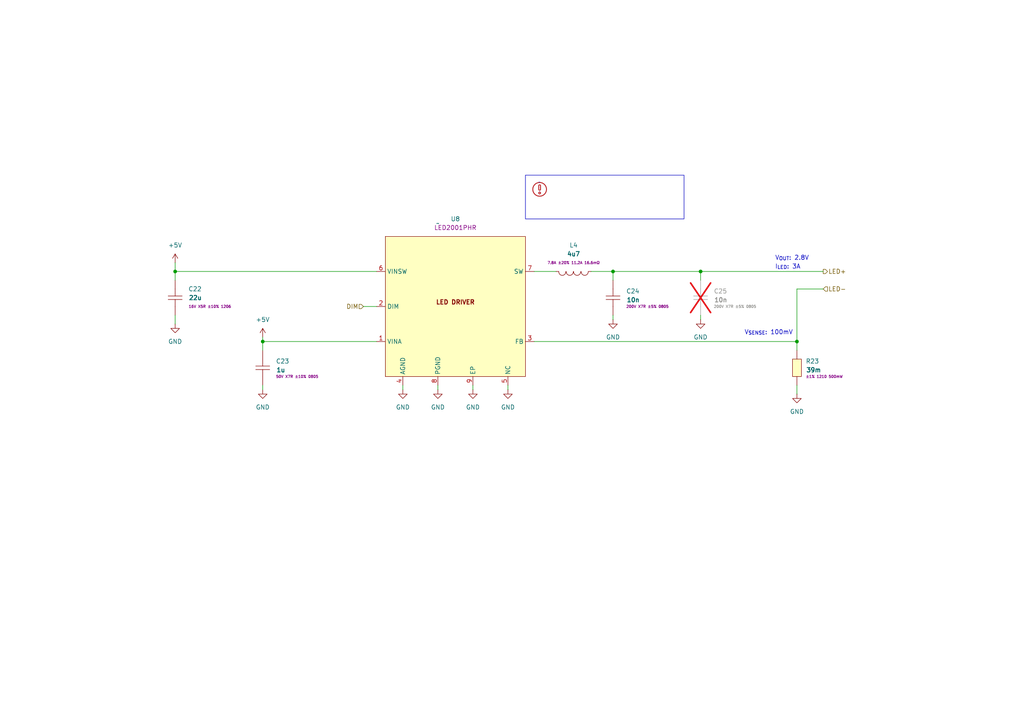
<source format=kicad_sch>
(kicad_sch (version 20231120) (generator "eeschema") (generator_version "8.0")
  (paper "A4")
  (lib_symbols
    (symbol "LiveAstra:C_10nF_X7R_0805" (pin_numbers hide) (pin_names hide)
      (property "Reference" "C" (at 0 8.89 0))
      (property "Value" "10n" (at 0 6.35 0))
      (property "Extra Value" "200V X7R ±5% 0805" (at 0 3.81 0))
      (symbol "C_10nF_X7R_0805_0_1"
        (polyline (pts (xy -0.51 -2.03) (xy -0.51 2.03)))
        (polyline (pts (xy -0.51 0) (xy -2.54 0)))
        (polyline (pts (xy 0.51 2.03) (xy 0.51 -2.03)))
        (polyline (pts (xy 2.54 0) (xy 0.51 0)))
      )
      (symbol "C_10nF_X7R_0805_1_1"
        (pin passive line (at -5.08 0 0) (length 2.54) (name "1") (number "1"))
        (pin passive line (at 5.08 0 180) (length 2.54) (name "2") (number "2"))
      )
    )
    (symbol "LiveAstra:C_1uF_X7R_0805" (pin_numbers hide) (pin_names hide)
      (property "Reference" "C" (at 0 8.89 0))
      (property "Value" "1u" (at 0 6.35 0))
      (property "Extra Values" "50V X7R ±10% 0805" (at 0 3.81 0))
      (symbol "C_1uF_X7R_0805_0_1"
        (polyline (pts (xy -2.54 0) (xy -0.51 0)))
        (polyline (pts (xy -0.51 2.03) (xy -0.51 -2.03)))
        (polyline (pts (xy 0.51 0) (xy 2.54 0)))
        (polyline (pts (xy 0.51 2.03) (xy 0.51 -2.03)))
      )
      (symbol "C_1uF_X7R_0805_1_1"
        (pin passive line (at -5.08 0 0) (length 2.54) (name "1") (number "1"))
        (pin passive line (at 5.08 0 180) (length 2.54) (name "2") (number "2"))
      )
    )
    (symbol "LiveAstra:C_22uF_X5R_1206" (pin_numbers hide) (pin_names hide)
      (property "Reference" "C" (at 0 8.89 0))
      (property "Value" "22u" (at 0 6.35 0))
      (property "Extra Value" "16V X5R ±10% 1206" (at 0 3.81 0))
      (symbol "C_22uF_X5R_1206_0_1"
        (polyline (pts (xy -0.51 -2.03) (xy -0.51 2.03)))
        (polyline (pts (xy -0.51 0) (xy -2.54 0)))
        (polyline (pts (xy 0.51 2.03) (xy 0.51 -2.03)))
        (polyline (pts (xy 2.54 0) (xy 0.51 0)))
      )
      (symbol "C_22uF_X5R_1206_1_1"
        (pin passive line (at -5.08 0 0) (length 2.54) (name "1") (number "1"))
        (pin passive line (at 5.08 0 180) (length 2.54) (name "2") (number "2"))
      )
    )
    (symbol "LiveAstra:LED2001PHR"
      (property "Reference" "U" (at 0 25.4 0))
      (property "Description" "LED2001PHR" (at 0 22.86 0))
      (symbol "LED2001PHR_1_1"
        (rectangle (start -20.32 20.32) (end 20.32 -20.32) (fill (type background)))
        (text "LED DRIVER" (at 0 1.27 0) (effects (font (size 1.27 1.27) (bold yes))))
        (pin power_in line (at -22.86 -10.16 0) (length 2.54) (name "VINA") (number "1"))
        (pin input line (at -22.86 0 0) (length 2.54) (name "DIM") (number "2"))
        (pin input line (at 22.86 -10.16 180) (length 2.54) (name "FB") (number "3"))
        (pin power_in line (at -15.24 -22.86 90) (length 2.54) (name "AGND") (number "4"))
        (pin passive line (at 15.24 -22.86 90) (length 2.54) (name "NC") (number "5"))
        (pin power_in line (at -22.86 10.16 0) (length 2.54) (name "VINSW") (number "6"))
        (pin power_out line (at 22.86 10.16 180) (length 2.54) (name "SW") (number "7"))
        (pin power_in line (at -5.08 -22.86 90) (length 2.54) (name "PGND") (number "8"))
        (pin passive line (at 5.08 -22.86 90) (length 2.54) (name "EP") (number "9"))
      )
    )
    (symbol "LiveAstra:L_4u7_7.8A_SPM7054VT-4R7M-D" (pin_numbers hide) (pin_names hide)
      (property "Reference" "L" (at 0 7.62 0))
      (property "Value" "4u7" (at 0 5.08 0))
      (property "Extra Value" "7.8A ±20% 11.2A 16.6mΩ" (at 0 2.54 0))
      (symbol "L_4u7_7.8A_SPM7054VT-4R7M-D_0_1"
        (arc (start -4.29 -0.02) (mid -2.81 -1.01) (end -2.27 -0.02))
        (arc (start -2.13 -0.02) (mid -0.66 -1.01) (end -0.11 -0.02))
        (arc (start 0.02 -0.02) (mid 1.49 -1.01) (end 2.04 -0.02))
        (arc (start 2.21 -0.02) (mid 3.68 -1.01) (end 4.23 -0.02))
      )
      (symbol "L_4u7_7.8A_SPM7054VT-4R7M-D_1_1"
        (pin passive line (at -5.08 0 0) (length 0.762) (name "1") (number "1"))
        (pin passive line (at 5.08 0 180) (length 0.762) (name "2") (number "2"))
      )
    )
    (symbol "LiveAstra:R_39mOhm_1210_500mW" (pin_numbers hide) (pin_names hide)
      (property "Reference" "R" (at 0 7.62 0))
      (property "Value" "39m" (at 0 5.08 0))
      (property "Extra Value" "±1% 1210 500mW" (at 0 2.54 0))
      (symbol "R_39mOhm_1210_500mW_0_1"
        (rectangle (start -2.54 1.27) (end 2.54 -1.27) (fill (type background)))
      )
      (symbol "R_39mOhm_1210_500mW_1_1"
        (pin passive line (at -5.08 0 0) (length 2.54) (name "1") (number "1"))
        (pin passive line (at 5.08 0 180) (length 2.54) (name "2") (number "2"))
      )
    )
    (symbol "power:+5V" (power) (pin_numbers hide) (pin_names (offset 0) hide)
      (property "Value" "+5V" (at 0 3.556 0))
      (symbol "+5V_0_1"
        (polyline (pts (xy -0.762 1.27) (xy 0 2.54)))
        (polyline (pts (xy 0 0) (xy 0 2.54)))
        (polyline (pts (xy 0 2.54) (xy 0.762 1.27)))
      )
      (symbol "+5V_1_1"
        (pin power_in line (at 0 0 90) (length 0) (name "~") (number "1"))
      )
    )
    (symbol "power:GND" (power) (pin_numbers hide) (pin_names (offset 0) hide)
      (property "Value" "GND" (at 0 -3.81 0))
      (symbol "GND_0_1"
        (polyline (pts (xy 0 0) (xy 0 -1.27) (xy 1.27 -1.27) (xy 0 -2.54) (xy -1.27 -1.27) (xy 0 -1.27)))
      )
      (symbol "GND_1_1"
        (pin power_in line (at 0 0 270) (length 0) (name "~") (number "1"))
      )
    )
  )
  (junction (at 76.2 99.06))
  (junction (at 231.14 99.06))
  (junction (at 203.2 78.74))
  (junction (at 177.8 78.74))
  (junction (at 50.8 78.74))
  (wire (pts (xy 203.2 78.74) (xy 238.76 78.74)))
  (wire (pts (xy 76.2 99.06) (xy 109.22 99.06)))
  (wire (pts (xy 50.8 78.74) (xy 109.22 78.74)))
  (wire (pts (xy 105.41 88.9) (xy 109.22 88.9)))
  (wire (pts (xy 76.2 99.06) (xy 76.2 101.6)))
  (polyline (pts (xy 156.5167 52.8) (xy 156.5167 52.8)) (stroke (width -0.0001) (type solid)))
  (wire (pts (xy 177.8 78.74) (xy 203.2 78.74)))
  (wire (pts (xy 76.2 113.03) (xy 76.2 111.76)))
  (wire (pts (xy 154.94 99.06) (xy 231.14 99.06)))
  (wire (pts (xy 231.14 83.82) (xy 231.14 99.06)))
  (wire (pts (xy 76.2 97.79) (xy 76.2 99.06)))
  (wire (pts (xy 177.8 81.28) (xy 177.8 78.74)))
  (polyline (pts (xy 156.5167 52.8) (xy 156.5167 52.8)) (stroke (width -0.0001) (type solid)))
  (wire (pts (xy 50.8 93.98) (xy 50.8 91.44)))
  (wire (pts (xy 203.2 81.28) (xy 203.2 78.74)))
  (wire (pts (xy 161.29 78.74) (xy 154.94 78.74)))
  (wire (pts (xy 116.84 111.76) (xy 116.84 113.03)))
  (wire (pts (xy 147.32 113.03) (xy 147.32 111.76)))
  (wire (pts (xy 127 113.03) (xy 127 111.76)))
  (polyline (pts (xy 156.2667 52.8) (xy 156.2667 52.8)) (stroke (width -0.0001) (type solid)))
  (wire (pts (xy 50.8 81.28) (xy 50.8 78.74)))
  (wire (pts (xy 203.2 91.44) (xy 203.2 92.71)))
  (wire (pts (xy 231.14 83.82) (xy 238.76 83.82)))
  (wire (pts (xy 177.8 91.44) (xy 177.8 92.71)))
  (wire (pts (xy 171.45 78.74) (xy 177.8 78.74)))
  (polyline (pts (xy 156.5167 55.5781) (xy 156.5167 55.5781)) (stroke (width -0.0001) (type solid)))
  (wire (pts (xy 231.14 99.06) (xy 231.14 101.6)))
  (wire (pts (xy 231.14 111.76) (xy 231.14 114.3)))
  (wire (pts (xy 137.16 113.03) (xy 137.16 111.76)))
  (wire (pts (xy 50.8 76.2) (xy 50.8 78.74)))
  (rectangle (start 152.4 50.8) (end 198.4 63.5))
  (polyline (pts (xy 156.5363 53.4619) (xy 156.5559 53.4634) (xy 156.5753 53.4658) (xy 156.5945 53.4692) (xy 156.6134 53.4734) (xy 156.6321 53.4786) (xy 156.6505 53.4847) (xy 156.6685 53.4917) (xy 156.6862 53.4995) (xy 156.7036 53.5082) (xy 156.7204 53.5178) (xy 156.7369 53.5281) (xy 156.7528 53.5393) (xy 156.7682 53.5513) (xy 156.783 53.5641) (xy 156.7973 53.5777) (xy 156.8109 53.592) (xy 156.8237 53.6068) (xy 156.8357 53.6222) (xy 156.8469 53.6381) (xy 156.8572 53.6546) (xy 156.8668 53.6714) (xy 156.8755 53.6888) (xy 156.8833 53.7065) (xy 156.8903 53.7245) (xy 156.8964 53.7429) (xy 156.9016 53.7616) (xy 156.9058 53.7805) (xy 156.9092 53.7997) (xy 156.9116 53.8191) (xy 156.9131 53.8387) (xy 156.9135 53.8583) (xy 156.9135 54.9167) (xy 156.9133 54.9299) (xy 156.9127 54.9431) (xy 156.9116 54.9562) (xy 156.9101 54.9692) (xy 156.9081 54.9822) (xy 156.9058 54.995) (xy 156.903 55.0077) (xy 156.8998 55.0202) (xy 156.8962 55.0326) (xy 156.8922 55.0449) (xy 156.8879 55.0571) (xy 156.8831 55.069) (xy 156.878 55.0808) (xy 156.8725 55.0924) (xy 156.8666 55.1039) (xy 156.8604 55.1151) (xy 156.8538 55.1261) (xy 156.8468 55.1369) (xy 156.8395 55.1475) (xy 156.8319 55.1579) (xy 156.8239 55.168) (xy 156.8155 55.1778) (xy 156.8069 55.1874) (xy 156.7979 55.1967) (xy 156.7886 55.2057) (xy 156.779 55.2145) (xy 156.7691 55.2229) (xy 156.7589 55.2311) (xy 156.7484 55.2389) (xy 156.7376 55.2464) (xy 156.7265 55.2535) (xy 156.7151 55.2604) (xy 156.6918 55.2728) (xy 156.6678 55.2836) (xy 156.6434 55.2928) (xy 156.6186 55.3002) (xy 156.5934 55.3061) (xy 156.5679 55.3102) (xy 156.5423 55.3127) (xy 156.5167 55.3135) (xy 156.491 55.3127) (xy 156.4654 55.3102) (xy 156.44 55.3061) (xy 156.4148 55.3002) (xy 156.3899 55.2928) (xy 156.3655 55.2836) (xy 156.3416 55.2728) (xy 156.3182 55.2604) (xy 156.2958 55.2464) (xy 156.2744 55.2311) (xy 156.2543 55.2145) (xy 156.2354 55.1967) (xy 156.2178 55.1778) (xy 156.2015 55.1579) (xy 156.1865 55.1369) (xy 156.173 55.1151) (xy 156.1608 55.0924) (xy 156.1502 55.069) (xy 156.1411 55.0449) (xy 156.1335 55.0202) (xy 156.1276 54.995) (xy 156.1233 54.9692) (xy 156.1207 54.9431) (xy 156.1198 54.9167) (xy 156.3844 54.9167) (xy 156.3844 54.9211) (xy 156.3847 54.9255) (xy 156.385 54.9299) (xy 156.3855 54.9342) (xy 156.3862 54.9385) (xy 156.387 54.9428) (xy 156.3879 54.947) (xy 156.389 54.9512) (xy 156.3901 54.9553) (xy 156.3915 54.9594) (xy 156.3929 54.9635) (xy 156.3945 54.9675) (xy 156.3962 54.9714) (xy 156.3981 54.9753) (xy 156.4 54.9791) (xy 156.4021 54.9828) (xy 156.4043 54.9865) (xy 156.4066 54.9901) (xy 156.4091 54.9936) (xy 156.4116 54.9971) (xy 156.4143 55.0004) (xy 156.417 55.0037) (xy 156.4199 55.0069) (xy 156.4229 55.01) (xy 156.426 55.013) (xy 156.4292 55.0159) (xy 156.4325 55.0188) (xy 156.4359 55.0215) (xy 156.4394 55.0241) (xy 156.443 55.0266) (xy 156.4467 55.029) (xy 156.4505 55.0312) (xy 156.4583 55.0354) (xy 156.4663 55.039) (xy 156.4744 55.042) (xy 156.4827 55.0445) (xy 156.4911 55.0465) (xy 156.4996 55.0479) (xy 156.5081 55.0487) (xy 156.5167 55.049) (xy 156.5252 55.0487) (xy 156.5338 55.0479) (xy 156.5422 55.0465) (xy 156.5506 55.0445) (xy 156.5589 55.042) (xy 156.5671 55.039) (xy 156.575 55.0354) (xy 156.5828 55.0312) (xy 156.5903 55.0266) (xy 156.5974 55.0215) (xy 156.6041 55.0159) (xy 156.6104 55.01) (xy 156.6163 55.0037) (xy 156.6217 54.9971) (xy 156.6267 54.9901) (xy 156.6312 54.9828) (xy 156.6353 54.9753) (xy 156.6388 54.9675) (xy 156.6419 54.9594) (xy 156.6444 54.9512) (xy 156.6464 54.9428) (xy 156.6478 54.9342) (xy 156.6487 54.9255) (xy 156.649 54.9167) (xy 156.649 53.8583) (xy 156.6489 53.8539) (xy 156.6487 53.8495) (xy 156.6483 53.8451) (xy 156.6478 53.8408) (xy 156.6471 53.8365) (xy 156.6464 53.8322) (xy 156.6454 53.828) (xy 156.6444 53.8238) (xy 156.6432 53.8197) (xy 156.6419 53.8156) (xy 156.6404 53.8115) (xy 156.6388 53.8075) (xy 156.6371 53.8036) (xy 156.6353 53.7997) (xy 156.6333 53.7959) (xy 156.6312 53.7922) (xy 156.629 53.7885) (xy 156.6267 53.7849) (xy 156.6243 53.7814) (xy 156.6217 53.7779) (xy 156.6191 53.7746) (xy 156.6163 53.7713) (xy 156.6134 53.7681) (xy 156.6104 53.765) (xy 156.6073 53.762) (xy 156.6041 53.7591) (xy 156.6008 53.7562) (xy 156.5974 53.7535) (xy 156.5939 53.7509) (xy 156.5903 53.7484) (xy 156.5866 53.746) (xy 156.5828 53.7438) (xy 156.575 53.7396) (xy 156.5671 53.736) (xy 156.5589 53.733) (xy 156.5506 53.7305) (xy 156.5422 53.7285) (xy 156.5338 53.7271) (xy 156.5252 53.7263) (xy 156.5167 53.726) (xy 156.5081 53.7263) (xy 156.4996 53.7271) (xy 156.4911 53.7285) (xy 156.4827 53.7305) (xy 156.4744 53.733) (xy 156.4663 53.736) (xy 156.4583 53.7396) (xy 156.4505 53.7438) (xy 156.443 53.7484) (xy 156.4359 53.7535) (xy 156.4292 53.7591) (xy 156.4229 53.765) (xy 156.417 53.7713) (xy 156.4116 53.7779) (xy 156.4066 53.7849) (xy 156.4021 53.7922) (xy 156.3981 53.7997) (xy 156.3945 53.8075) (xy 156.3915 53.8156) (xy 156.389 53.8238) (xy 156.387 53.8322) (xy 156.3855 53.8408) (xy 156.3847 53.8495) (xy 156.3844 53.8583) (xy 156.3844 54.9167) (xy 156.1198 54.9167) (xy 156.1198 53.8583) (xy 156.1203 53.8387) (xy 156.1217 53.8191) (xy 156.1241 53.7997) (xy 156.1275 53.7805) (xy 156.1318 53.7616) (xy 156.1369 53.7429) (xy 156.143 53.7245) (xy 156.15 53.7065) (xy 156.1578 53.6888) (xy 156.1665 53.6714) (xy 156.1761 53.6546) (xy 156.1865 53.6381) (xy 156.1977 53.6222) (xy 156.2097 53.6068) (xy 156.2225 53.592) (xy 156.236 53.5777) (xy 156.2503 53.5641) (xy 156.2651 53.5513) (xy 156.2806 53.5393) (xy 156.2965 53.5281) (xy 156.3129 53.5178) (xy 156.3298 53.5082) (xy 156.3471 53.4995) (xy 156.3648 53.4917) (xy 156.3829 53.4847) (xy 156.4012 53.4786) (xy 156.4199 53.4734) (xy 156.4389 53.4692) (xy 156.4581 53.4658) (xy 156.4774 53.4634) (xy 156.497 53.4619) (xy 156.5167 53.4615) (xy 156.5363 53.4619)) (stroke (width -0.0001) (type solid)) (fill (type color) (color 187 33 36 1)))
  (polyline (pts (xy 156.5317 55.5784) (xy 156.5466 55.5792) (xy 156.5613 55.5806) (xy 156.576 55.5826) (xy 156.5905 55.585) (xy 156.6048 55.588) (xy 156.619 55.5915) (xy 156.633 55.5956) (xy 156.6469 55.6001) (xy 156.6605 55.6051) (xy 156.6739 55.6106) (xy 156.687 55.6165) (xy 156.7 55.623) (xy 156.7126 55.6299) (xy 156.725 55.6372) (xy 156.7372 55.645) (xy 156.749 55.6532) (xy 156.7605 55.6619) (xy 156.7718 55.671) (xy 156.7826 55.6804) (xy 156.7932 55.6903) (xy 156.8034 55.7006) (xy 156.8132 55.7112) (xy 156.8227 55.7223) (xy 156.8318 55.7337) (xy 156.8404 55.7454) (xy 156.8487 55.7576) (xy 156.8565 55.77) (xy 156.8639 55.7828) (xy 156.8709 55.7959) (xy 156.8773 55.8094) (xy 156.8833 55.8231) (xy 156.8937 55.8512) (xy 156.9019 55.8796) (xy 156.9079 55.9084) (xy 156.9118 55.9373) (xy 156.9135 55.9663) (xy 156.913 55.9952) (xy 156.9105 56.024) (xy 156.9059 56.0524) (xy 156.8993 56.0805) (xy 156.8906 56.108) (xy 156.8799 56.1349) (xy 156.8673 56.161) (xy 156.8527 56.1863) (xy 156.8361 56.2105) (xy 156.8176 56.2337) (xy 156.7973 56.2556) (xy 156.7754 56.276) (xy 156.7522 56.2944) (xy 156.7279 56.311) (xy 156.7027 56.3256) (xy 156.6766 56.3383) (xy 156.6497 56.3489) (xy 156.6221 56.3576) (xy 156.5941 56.3642) (xy 156.5656 56.3688) (xy 156.5369 56.3714) (xy 156.508 56.3718) (xy 156.479 56.3701) (xy 156.45 56.3663) (xy 156.4213 56.3603) (xy 156.3928 56.3521) (xy 156.3648 56.3417) (xy 156.3376 56.3292) (xy 156.3117 56.3149) (xy 156.2871 56.2988) (xy 156.2639 56.281) (xy 156.2423 56.2617) (xy 156.2221 56.241) (xy 156.2036 56.2189) (xy 156.1867 56.1955) (xy 156.1715 56.171) (xy 156.1582 56.1454) (xy 156.1467 56.1188) (xy 156.1372 56.0914) (xy 156.1297 56.0632) (xy 156.1242 56.0343) (xy 156.1209 56.0049) (xy 156.1199 55.9779) (xy 156.3844 55.9779) (xy 156.385 55.9876) (xy 156.3862 55.9972) (xy 156.3882 56.0068) (xy 156.391 56.0163) (xy 156.3944 56.0256) (xy 156.3986 56.0347) (xy 156.4034 56.0433) (xy 156.4087 56.0515) (xy 156.4147 56.0592) (xy 156.4211 56.0665) (xy 156.428 56.0732) (xy 156.4354 56.0794) (xy 156.4432 56.085) (xy 156.4513 56.09) (xy 156.4599 56.0945) (xy 156.4687 56.0983) (xy 156.4779 56.1015) (xy 156.4873 56.104) (xy 156.4969 56.1058) (xy 156.5067 56.1069) (xy 156.5167 56.1073) (xy 156.5232 56.1071) (xy 156.5297 56.1066) (xy 156.5362 56.1058) (xy 156.5426 56.1047) (xy 156.5489 56.1033) (xy 156.5551 56.1016) (xy 156.5613 56.0995) (xy 156.5673 56.0972) (xy 156.5732 56.0946) (xy 156.579 56.0917) (xy 156.5846 56.0885) (xy 156.5901 56.0851) (xy 156.5954 56.0813) (xy 156.6005 56.0773) (xy 156.6055 56.0731) (xy 156.6102 56.0685) (xy 156.6147 56.0638) (xy 156.619 56.0588) (xy 156.623 56.0537) (xy 156.6267 56.0484) (xy 156.6302 56.0429) (xy 156.6334 56.0373) (xy 156.6363 56.0315) (xy 156.6389 56.0256) (xy 156.6412 56.0196) (xy 156.6432 56.0135) (xy 156.645 56.0072) (xy 156.6464 56.0009) (xy 156.6475 55.9945) (xy 156.6483 55.9881) (xy 156.6488 55.9816) (xy 156.649 55.975) (xy 156.6489 55.97) (xy 156.6486 55.965) (xy 156.6481 55.9601) (xy 156.6475 55.9552) (xy 156.6467 55.9504) (xy 156.6457 55.9456) (xy 156.6445 55.9409) (xy 156.6431 55.9362) (xy 156.6416 55.9316) (xy 156.64 55.9271) (xy 156.6381 55.9226) (xy 156.6362 55.9182) (xy 156.634 55.9139) (xy 156.6317 55.9097) (xy 156.6293 55.9055) (xy 156.6267 55.9015) (xy 156.6239 55.8976) (xy 156.621 55.8937) (xy 156.618 55.89) (xy 156.6149 55.8863) (xy 156.6116 55.8828) (xy 156.6081 55.8794) (xy 156.6046 55.8761) (xy 156.6009 55.873) (xy 156.5971 55.87) (xy 156.5932 55.8671) (xy 156.5891 55.8643) (xy 156.585 55.8617) (xy 156.5807 55.8593) (xy 156.5764 55.8569) (xy 156.5719 55.8548) (xy 156.5673 55.8528) (xy 156.5579 55.8493) (xy 156.5485 55.8466) (xy 156.5389 55.8446) (xy 156.5292 55.8433) (xy 156.5196 55.8427) (xy 156.5099 55.8429) (xy 156.5003 55.8437) (xy 156.4909 55.8453) (xy 156.4815 55.8475) (xy 156.4723 55.8504) (xy 156.4634 55.8539) (xy 156.4547 55.8581) (xy 156.4462 55.863) (xy 156.4382 55.8685) (xy 156.4304 55.8747) (xy 156.4231 55.8815) (xy 156.4163 55.8888) (xy 156.4102 55.8965) (xy 156.4047 55.9046) (xy 156.3998 55.913) (xy 156.3956 55.9217) (xy 156.392 55.9307) (xy 156.3891 55.9398) (xy 156.3869 55.9492) (xy 156.3854 55.9587) (xy 156.3845 55.9683) (xy 156.3844 55.9779) (xy 156.1199 55.9779) (xy 156.1198 55.975) (xy 156.1198 55.9089) (xy 156.1199 55.9034) (xy 156.1203 55.8979) (xy 156.1209 55.8925) (xy 156.1217 55.8872) (xy 156.1227 55.8818) (xy 156.1239 55.8766) (xy 156.1253 55.8714) (xy 156.127 55.8662) (xy 156.1289 55.8611) (xy 156.1309 55.8561) (xy 156.1332 55.8512) (xy 156.1357 55.8464) (xy 156.1384 55.8417) (xy 156.1412 55.8371) (xy 156.1443 55.8325) (xy 156.1476 55.8282) (xy 156.1598 55.8004) (xy 156.174 55.774) (xy 156.19 55.749) (xy 156.2078 55.7253) (xy 156.2271 55.7032) (xy 156.2479 55.6826) (xy 156.2702 55.6637) (xy 156.2937 55.6464) (xy 156.3184 55.631) (xy 156.3443 55.6173) (xy 156.3711 55.6056) (xy 156.3988 55.5959) (xy 156.4274 55.5882) (xy 156.4566 55.5826) (xy 156.4864 55.5792) (xy 156.5167 55.5781) (xy 156.5317 55.5784)) (stroke (width -0.0001) (type solid)) (fill (type color) (color 187 33 36 1)))
  (polyline (pts (xy 156.6216 52.8026) (xy 156.7259 52.8104) (xy 156.8292 52.8232) (xy 156.9315 52.841) (xy 157.0326 52.8638) (xy 157.1323 52.8915) (xy 157.2304 52.9239) (xy 157.3267 52.9611) (xy 157.4211 53.0029) (xy 157.5134 53.0494) (xy 157.6034 53.1003) (xy 157.691 53.1556) (xy 157.776 53.2153) (xy 157.8581 53.2793) (xy 157.9373 53.3476) (xy 158.0134 53.42) (xy 158.0858 53.496) (xy 158.154 53.5752) (xy 158.218 53.6574) (xy 158.2777 53.7423) (xy 158.3331 53.8299) (xy 158.384 53.9199) (xy 158.4304 54.0123) (xy 158.4722 54.1067) (xy 158.5094 54.203) (xy 158.5418 54.3011) (xy 158.5695 54.4007) (xy 158.5923 54.5018) (xy 158.6101 54.6041) (xy 158.623 54.7075) (xy 158.6307 54.8117) (xy 158.6333 54.9167) (xy 158.6318 54.9967) (xy 158.6273 55.0761) (xy 158.6199 55.1549) (xy 158.6096 55.2331) (xy 158.5965 55.3104) (xy 158.5805 55.387) (xy 158.5618 55.4626) (xy 158.5404 55.5373) (xy 158.5163 55.611) (xy 158.4896 55.6836) (xy 158.4603 55.755) (xy 158.4284 55.8252) (xy 158.3941 55.8942) (xy 158.3573 55.9618) (xy 158.3182 56.0279) (xy 158.2766 56.0926) (xy 158.2327 56.1558) (xy 158.1866 56.2173) (xy 158.1382 56.2771) (xy 158.0877 56.3352) (xy 158.035 56.3915) (xy 157.9802 56.4459) (xy 157.9234 56.4984) (xy 157.8645 56.5488) (xy 157.8037 56.5972) (xy 157.741 56.6434) (xy 157.6764 56.6875) (xy 157.6099 56.7292) (xy 157.5417 56.7687) (xy 157.4717 56.8057) (xy 157.4 56.8402) (xy 157.3267 56.8722) (xy 157.1771 56.9277) (xy 157.0253 56.9714) (xy 156.872 57.0034) (xy 156.7177 57.0239) (xy 156.5631 57.0329) (xy 156.4089 57.0306) (xy 156.2555 57.0172) (xy 156.1037 56.9927) (xy 155.9541 56.9572) (xy 155.8073 56.911) (xy 155.6639 56.854) (xy 155.5245 56.7865) (xy 155.3898 56.7086) (xy 155.2604 56.6203) (xy 155.1369 56.5219) (xy 155.02 56.4134) (xy 154.9114 56.2964) (xy 154.813 56.1729) (xy 154.7247 56.0435) (xy 154.6468 55.9088) (xy 154.5793 55.7694) (xy 154.5224 55.626) (xy 154.4761 55.4792) (xy 154.4407 55.3296) (xy 154.4162 55.1778) (xy 154.4027 55.0245) (xy 154.4017 54.9573) (xy 154.665 54.9573) (xy 154.6729 55.0926) (xy 154.6908 55.2276) (xy 154.7188 55.3617) (xy 154.757 55.4945) (xy 154.8056 55.6254) (xy 154.8638 55.7523) (xy 154.9307 55.8733) (xy 155.0057 55.9879) (xy 155.0885 56.096) (xy 155.1786 56.1973) (xy 155.2754 56.2913) (xy 155.3786 56.3779) (xy 155.4877 56.4566) (xy 155.6022 56.5273) (xy 155.7217 56.5895) (xy 155.8456 56.643) (xy 155.9736 56.6874) (xy 156.1052 56.7225) (xy 156.2398 56.748) (xy 156.3772 56.7635) (xy 156.5167 56.7687) (xy 156.6085 56.7665) (xy 156.6997 56.7597) (xy 156.7902 56.7485) (xy 156.8797 56.7328) (xy 156.9681 56.7129) (xy 157.0553 56.6887) (xy 157.1411 56.6603) (xy 157.2254 56.6278) (xy 157.308 56.5912) (xy 157.3888 56.5506) (xy 157.4676 56.506) (xy 157.5442 56.4576) (xy 157.6185 56.4053) (xy 157.6904 56.3493) (xy 157.7597 56.2896) (xy 157.8263 56.2263) (xy 157.8896 56.1597) (xy 157.9493 56.0904) (xy 158.0053 56.0185) (xy 158.0576 55.9442) (xy 158.106 55.8676) (xy 158.1506 55.7888) (xy 158.1912 55.708) (xy 158.2278 55.6254) (xy 158.2603 55.5411) (xy 158.2887 55.4553) (xy 158.3129 55.3681) (xy 158.3328 55.2797) (xy 158.3485 55.1902) (xy 158.3597 55.0997) (xy 158.3665 55.0085) (xy 158.3687 54.9167) (xy 158.3674 54.8467) (xy 158.3635 54.7772) (xy 158.357 54.7082) (xy 158.348 54.6398) (xy 158.3365 54.5721) (xy 158.3225 54.5052) (xy 158.3062 54.439) (xy 158.2874 54.3736) (xy 158.2663 54.3091) (xy 158.243 54.2456) (xy 158.2173 54.1831) (xy 158.1895 54.1217) (xy 158.1594 54.0613) (xy 158.1273 54.0022) (xy 158.093 53.9443) (xy 158.0566 53.8877) (xy 158.0182 53.8325) (xy 157.9779 53.7786) (xy 157.9355 53.7263) (xy 157.8913 53.6754) (xy 157.8452 53.6262) (xy 157.7973 53.5786) (xy 157.7475 53.5327) (xy 157.696 53.4885) (xy 157.6428 53.4462) (xy 157.5879 53.4057) (xy 157.5314 53.3672) (xy 157.4733 53.3307) (xy 157.4136 53.2962) (xy 157.3523 53.2638) (xy 157.2896 53.2336) (xy 157.2254 53.2056) (xy 157.0945 53.157) (xy 156.9617 53.1188) (xy 156.8276 53.0908) (xy 156.6926 53.0729) (xy 156.5573 53.065) (xy 156.4223 53.067) (xy 156.2882 53.0787) (xy 156.1553 53.1002) (xy 156.0244 53.1312) (xy 155.896 53.1717) (xy 155.7705 53.2215) (xy 155.6486 53.2805) (xy 155.5307 53.3487) (xy 155.4175 53.426) (xy 155.3094 53.5121) (xy 155.207 53.607) (xy 155.1121 53.7094) (xy 155.026 53.8175) (xy 154.9487 53.9307) (xy 154.8805 54.0486) (xy 154.8215 54.1705) (xy 154.7717 54.296) (xy 154.7312 54.4244) (xy 154.7002 54.5553) (xy 154.6787 54.6882) (xy 154.667 54.8223) (xy 154.665 54.9573) (xy 154.4017 54.9573) (xy 154.4004 54.8702) (xy 154.4095 54.7156) (xy 154.4299 54.5614) (xy 154.4619 54.408) (xy 154.5056 54.2563) (xy 154.5611 54.1067) (xy 154.6277 53.9616) (xy 154.7041 53.8234) (xy 154.7899 53.6924) (xy 154.8845 53.5688) (xy 154.9874 53.4531) (xy 155.0981 53.3456) (xy 155.216 53.2467) (xy 155.3407 53.1567) (xy 155.4716 53.076) (xy 155.6081 53.0049) (xy 155.7497 52.9437) (xy 155.896 52.8929) (xy 156.0464 52.8528) (xy 156.2003 52.8237) (xy 156.3572 52.806) (xy 156.5167 52.8) (xy 156.6216 52.8026)) (stroke (width -0.0001) (type solid)) (fill (type color) (color 187 33 36 1)))
  (text "Critical" (at 160.65 56.3 0) (effects (font (size 3 3)) (justify left)))
  (text "V_{OUT}: 2.8V" (at 224.79 74.93 0) (effects (font (size 1.27 1.27)) (justify left)))
  (text "Follow the PCB layout example carefully." (at 155.15 60.05 0) (effects (font (size 1.5 1.5)) (justify left top)))
  (text "V_{SENSE}: 100mV" (at 215.9 96.52 0) (effects (font (size 1.27 1.27)) (justify left)))
  (text "I_{LED}: 3A" (at 224.79 77.47 0) (effects (font (size 1.27 1.27)) (justify left)))
  (hierarchical_label "LED+" (shape output) (at 238.76 78.74 0))
  (hierarchical_label "LED-" (shape input) (at 238.76 83.82 0))
  (hierarchical_label "DIM" (shape input) (at 105.41 88.9 180))
  (symbol (lib_id "LiveAstra:C_1uF_X7R_0805") (at 76.2 106.68 90) (unit 1)
    (property "Reference" "C23" (at 80.01 104.7749 90) (effects (justify right)))
    (property "Value" "1u" (at 80.01 107.315 90) (effects (font (bold yes)) (justify right)))
    (property "Footprint" "LiveAstra:C0805" (effects (hide yes)))
    (property "Datasheet" "https://wmsc.lcsc.com/wmsc/upload/file/pdf/v2/lcsc/2304140030_Samsung-Electro-Mechanics-CL21B105KBFNNNE_C28323.pdf" (effects (hide yes)))
    (property "Description" "Samsung Multilayer Ceramic Capacitors" (effects (hide yes)))
    (property "LCSC Part" "C28323" (effects (hide yes)))
    (property "Extra Values" "50V X7R ±10% 0805" (at 80.01 109.22 90) (effects (font (size 0.762 0.762)) (justify right)))
  )
  (symbol (lib_id "LiveAstra:L_4u7_7.8A_SPM7054VT-4R7M-D") (at 166.37 78.74 0) (unit 1)
    (property "Reference" "L4" (at 166.37 71.12 0))
    (property "Value" "4u7" (at 166.37 73.66 0) (effects (font (bold yes))))
    (property "Footprint" "LiveAstra:IND-SMD_L7.5-W7.0_SPM7054VT-330M-D" (effects (hide yes)))
    (property "Datasheet" "https://jlcpcb.com/partdetail/Tdk-SPM7054VT_4R7MD/C2047699" (effects (hide yes)))
    (property "Description" "SPM7054VT-4R7M-D" (effects (hide yes)))
    (property "LCSC Part" "C2047699" (effects (hide yes)))
    (property "Extra Value" "7.8A ±20% 11.2A 16.6mΩ" (at 166.37 76.2 0) (effects (font (size 0.762 0.762))))
  )
  (symbol (lib_id "power:GND") (at 116.84 113.03 0) (unit 1)
    (property "Reference" "#PWR095" (effects (hide yes)))
    (property "Value" "GND" (at 116.84 118.11 0))
    (property "Description" "Power symbol creates a global label with name \"GND\" , ground" (effects (hide yes)))
  )
  (symbol (lib_id "power:GND") (at 147.32 113.03 0) (unit 1)
    (property "Reference" "#PWR098" (effects (hide yes)))
    (property "Value" "GND" (at 147.32 118.11 0))
    (property "Description" "Power symbol creates a global label with name \"GND\" , ground" (effects (hide yes)))
  )
  (symbol (lib_id "power:GND") (at 177.8 92.71 0) (unit 1)
    (property "Reference" "#PWR099" (effects (hide yes)))
    (property "Value" "GND" (at 177.8 97.79 0))
    (property "Description" "Power symbol creates a global label with name \"GND\" , ground" (effects (hide yes)))
  )
  (symbol (lib_id "power:GND") (at 231.14 114.3 0) (unit 1)
    (property "Reference" "#PWR0101" (effects (hide yes)))
    (property "Value" "GND" (at 231.14 119.38 0))
    (property "Description" "Power symbol creates a global label with name \"GND\" , ground" (effects (hide yes)))
  )
  (symbol (lib_id "LiveAstra:C_10nF_X7R_0805") (at 203.2 86.36 90) (unit 1) (dnp yes)
    (property "Reference" "C25" (at 207.01 84.4549 90) (effects (justify right)))
    (property "Value" "10n" (at 207.01 86.995 90) (effects (font (bold yes)) (justify right)))
    (property "Footprint" "LiveAstra:C1206" (effects (hide yes)))
    (property "Datasheet" "https://lcsc.com/product-detail/Multilayer-Ceramic-Capacitors-MLCC-SMD-SMT_YAGEO-CC1206JRX7RABB103_C527328.html" (effects (hide yes)))
    (property "Description" "Surface mount ceramic multilayer capacitor" (effects (hide yes)))
    (property "LCSC Part" "C527328" (effects (hide yes)))
    (property "Extra Value" "200V X7R ±5% 0805" (at 207.01 88.9 90) (effects (font (size 0.762 0.762)) (justify right)))
  )
  (symbol (lib_id "power:+5V") (at 76.2 97.79 0) (unit 1)
    (property "Reference" "#PWR093" (effects (hide yes)))
    (property "Value" "+5V" (at 76.2 92.71 0))
    (property "Description" "Power symbol creates a global label with name \"+5V\"" (effects (hide yes)))
  )
  (symbol (lib_id "LiveAstra:C_22uF_X5R_1206") (at 50.8 86.36 90) (unit 1)
    (property "Reference" "C22" (at 54.61 83.8199 90) (effects (justify right)))
    (property "Value" "22u" (at 54.61 86.36 90) (effects (font (bold yes)) (justify right)))
    (property "Footprint" "LiveAstra:C1206" (effects (hide yes)))
    (property "Datasheet" "https://lcsc.com/product-detail/Multilayer-Ceramic-Capacitors-MLCC-SMD-SMT_SAMSUNG_CL31A226KOHNNNE_22uF-226-10-16V_C90146.html" (effects (hide yes)))
    (property "Description" "Multilayer Ceramic Capacitor" (effects (hide yes)))
    (property "LCSC Part" "C90146" (effects (hide yes)))
    (property "Extra Value" "16V X5R ±10% 1206" (at 54.61 88.8999 90) (effects (font (size 0.762 0.762) (bold yes)) (justify right)))
  )
  (symbol (lib_id "power:GND") (at 76.2 113.03 0) (unit 1)
    (property "Reference" "#PWR094" (effects (hide yes)))
    (property "Value" "GND" (at 76.2 118.11 0))
    (property "Description" "Power symbol creates a global label with name \"GND\" , ground" (effects (hide yes)))
  )
  (symbol (lib_id "power:GND") (at 137.16 113.03 0) (unit 1)
    (property "Reference" "#PWR097" (effects (hide yes)))
    (property "Value" "GND" (at 137.16 118.11 0))
    (property "Description" "Power symbol creates a global label with name \"GND\" , ground" (effects (hide yes)))
  )
  (symbol (lib_id "power:+5V") (at 50.8 76.2 0) (unit 1)
    (property "Reference" "#PWR091" (effects (hide yes)))
    (property "Value" "+5V" (at 50.8 71.12 0))
    (property "Description" "Power symbol creates a global label with name \"+5V\"" (effects (hide yes)))
  )
  (symbol (lib_id "LiveAstra:R_39mOhm_1210_500mW") (at 231.14 106.68 90) (unit 1)
    (property "Reference" "R23" (at 233.68 104.7749 90) (effects (justify right)))
    (property "Value" "39m" (at 233.68 107.315 90) (effects (font (bold yes)) (justify right)))
    (property "Footprint" "LiveAstra:R1210" (effects (hide yes)))
    (property "Datasheet" "https://www.lcsc.com/product-detail/Chip-Resistor-Surface-Mount_YAGEO-RL1210FR-070R039L_C728529.html" (effects (hide yes)))
    (property "Description" "Low Ohmic chip resistor" (effects (hide yes)))
    (property "LCSC Part" "C728529" (effects (hide yes)))
    (property "Extra Value" "±1% 1210 500mW" (at 233.68 109.22 90) (effects (font (size 0.762 0.762)) (justify right)))
  )
  (symbol (lib_id "power:GND") (at 50.8 93.98 0) (unit 1)
    (property "Reference" "#PWR092" (effects (hide yes)))
    (property "Value" "GND" (at 50.8 99.06 0))
    (property "Description" "Power symbol creates a global label with name \"GND\" , ground" (effects (hide yes)))
  )
  (symbol (lib_id "power:GND") (at 203.2 92.71 0) (unit 1)
    (property "Reference" "#PWR0100" (effects (hide yes)))
    (property "Value" "GND" (at 203.2 97.79 0))
    (property "Description" "Power symbol creates a global label with name \"GND\" , ground" (effects (hide yes)))
  )
  (symbol (lib_id "LiveAstra:LED2001PHR") (at 132.08 88.9 0) (unit 1)
    (property "Reference" "U8" (at 132.08 63.5 0))
    (property "Value" "~" (at 127 64.77 0))
    (property "Footprint" "LiveAstra:HSOP-8_L5.0-W4.0-P1.27-LS6.2-BL-EP" (effects (hide yes)))
    (property "Datasheet" "https://www.st.com/resource/en/datasheet/led2001.pdf" (effects (hide yes)))
    (property "Description" "LED2001PHR" (at 132.08 66.04 0))
    (property "LCSC Part" "C2678918" (effects (hide yes)))
  )
  (symbol (lib_id "power:GND") (at 127 113.03 0) (unit 1)
    (property "Reference" "#PWR096" (effects (hide yes)))
    (property "Value" "GND" (at 127 118.11 0))
    (property "Description" "Power symbol creates a global label with name \"GND\" , ground" (effects (hide yes)))
  )
  (symbol (lib_id "LiveAstra:C_10nF_X7R_0805") (at 177.8 86.36 90) (unit 1)
    (property "Reference" "C24" (at 181.61 84.4549 90) (effects (justify right)))
    (property "Value" "10n" (at 181.61 86.995 90) (effects (font (bold yes)) (justify right)))
    (property "Footprint" "LiveAstra:C1206" (effects (hide yes)))
    (property "Datasheet" "https://lcsc.com/product-detail/Multilayer-Ceramic-Capacitors-MLCC-SMD-SMT_YAGEO-CC1206JRX7RABB103_C527328.html" (effects (hide yes)))
    (property "Description" "Surface mount ceramic multilayer capacitor" (effects (hide yes)))
    (property "LCSC Part" "C527328" (effects (hide yes)))
    (property "Extra Value" "200V X7R ±5% 0805" (at 181.61 88.9 90) (effects (font (size 0.762 0.762)) (justify right)))
  )
)
</source>
